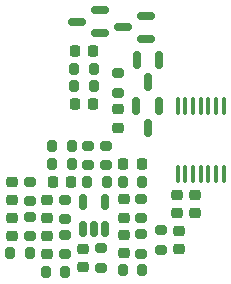
<source format=gbr>
%TF.GenerationSoftware,KiCad,Pcbnew,(6.0.1)*%
%TF.CreationDate,2023-02-09T13:28:00-07:00*%
%TF.ProjectId,NoteDetector,4e6f7465-4465-4746-9563-746f722e6b69,rev?*%
%TF.SameCoordinates,Original*%
%TF.FileFunction,Paste,Top*%
%TF.FilePolarity,Positive*%
%FSLAX46Y46*%
G04 Gerber Fmt 4.6, Leading zero omitted, Abs format (unit mm)*
G04 Created by KiCad (PCBNEW (6.0.1)) date 2023-02-09 13:28:00*
%MOMM*%
%LPD*%
G01*
G04 APERTURE LIST*
G04 Aperture macros list*
%AMRoundRect*
0 Rectangle with rounded corners*
0 $1 Rounding radius*
0 $2 $3 $4 $5 $6 $7 $8 $9 X,Y pos of 4 corners*
0 Add a 4 corners polygon primitive as box body*
4,1,4,$2,$3,$4,$5,$6,$7,$8,$9,$2,$3,0*
0 Add four circle primitives for the rounded corners*
1,1,$1+$1,$2,$3*
1,1,$1+$1,$4,$5*
1,1,$1+$1,$6,$7*
1,1,$1+$1,$8,$9*
0 Add four rect primitives between the rounded corners*
20,1,$1+$1,$2,$3,$4,$5,0*
20,1,$1+$1,$4,$5,$6,$7,0*
20,1,$1+$1,$6,$7,$8,$9,0*
20,1,$1+$1,$8,$9,$2,$3,0*%
G04 Aperture macros list end*
%ADD10RoundRect,0.225000X-0.250000X0.225000X-0.250000X-0.225000X0.250000X-0.225000X0.250000X0.225000X0*%
%ADD11RoundRect,0.225000X0.225000X0.250000X-0.225000X0.250000X-0.225000X-0.250000X0.225000X-0.250000X0*%
%ADD12RoundRect,0.225000X-0.225000X-0.250000X0.225000X-0.250000X0.225000X0.250000X-0.225000X0.250000X0*%
%ADD13RoundRect,0.100000X0.100000X-0.637500X0.100000X0.637500X-0.100000X0.637500X-0.100000X-0.637500X0*%
%ADD14RoundRect,0.150000X0.150000X-0.512500X0.150000X0.512500X-0.150000X0.512500X-0.150000X-0.512500X0*%
%ADD15RoundRect,0.200000X0.275000X-0.200000X0.275000X0.200000X-0.275000X0.200000X-0.275000X-0.200000X0*%
%ADD16RoundRect,0.200000X0.200000X0.275000X-0.200000X0.275000X-0.200000X-0.275000X0.200000X-0.275000X0*%
%ADD17RoundRect,0.200000X-0.200000X-0.275000X0.200000X-0.275000X0.200000X0.275000X-0.200000X0.275000X0*%
%ADD18RoundRect,0.200000X-0.275000X0.200000X-0.275000X-0.200000X0.275000X-0.200000X0.275000X0.200000X0*%
%ADD19RoundRect,0.150000X0.587500X0.150000X-0.587500X0.150000X-0.587500X-0.150000X0.587500X-0.150000X0*%
%ADD20RoundRect,0.150000X-0.150000X0.587500X-0.150000X-0.587500X0.150000X-0.587500X0.150000X0.587500X0*%
%ADD21RoundRect,0.225000X0.250000X-0.225000X0.250000X0.225000X-0.250000X0.225000X-0.250000X-0.225000X0*%
G04 APERTURE END LIST*
D10*
%TO.C,C15*%
X2150000Y2775000D03*
X2150000Y1225000D03*
%TD*%
D11*
%TO.C,C14*%
X25000Y7700000D03*
X-1525000Y7700000D03*
%TD*%
D12*
%TO.C,C13*%
X-1525000Y3200000D03*
X25000Y3200000D03*
%TD*%
D13*
%TO.C,U2*%
X7200000Y-2712500D03*
X7850000Y-2712500D03*
X8500000Y-2712500D03*
X9150000Y-2712500D03*
X9800000Y-2712500D03*
X10450000Y-2712500D03*
X11100000Y-2712500D03*
X11100000Y3012500D03*
X10450000Y3012500D03*
X9800000Y3012500D03*
X9150000Y3012500D03*
X8500000Y3012500D03*
X7850000Y3012500D03*
X7200000Y3012500D03*
%TD*%
D14*
%TO.C,U1*%
X-813616Y-7387500D03*
X136384Y-7387500D03*
X1086384Y-7387500D03*
X1086384Y-5112500D03*
X-813616Y-5112500D03*
%TD*%
D15*
%TO.C,R20*%
X2150000Y4175000D03*
X2150000Y5825000D03*
%TD*%
D16*
%TO.C,R19*%
X-1575000Y6200000D03*
X75000Y6200000D03*
%TD*%
D17*
%TO.C,R18*%
X-1575000Y4700000D03*
X75000Y4700000D03*
%TD*%
D18*
%TO.C,R17*%
X-2363616Y-7875000D03*
X-2363616Y-9525000D03*
%TD*%
%TO.C,R16*%
X-2363616Y-4875000D03*
X-2363616Y-6525000D03*
%TD*%
D16*
%TO.C,R15*%
X-2313616Y-10975000D03*
X-3963616Y-10975000D03*
%TD*%
D15*
%TO.C,R14*%
X686384Y-10650000D03*
X686384Y-9000000D03*
%TD*%
D17*
%TO.C,R13*%
X2561384Y-3375000D03*
X4211384Y-3375000D03*
%TD*%
D18*
%TO.C,R12*%
X5800000Y-7475000D03*
X5800000Y-9125000D03*
%TD*%
D17*
%TO.C,R11*%
X1211384Y-3375000D03*
X-438616Y-3375000D03*
%TD*%
D15*
%TO.C,R10*%
X-363616Y-300000D03*
X-363616Y-1950000D03*
%TD*%
D18*
%TO.C,R9*%
X1136384Y-1950000D03*
X1136384Y-300000D03*
%TD*%
D15*
%TO.C,R8*%
X4136384Y-7800000D03*
X4136384Y-9450000D03*
%TD*%
%TO.C,R7*%
X4136384Y-4800000D03*
X4136384Y-6450000D03*
%TD*%
D16*
%TO.C,R6*%
X2561384Y-10875000D03*
X4211384Y-10875000D03*
%TD*%
D15*
%TO.C,R5*%
X-5338616Y-8000000D03*
X-5338616Y-6350000D03*
%TD*%
%TO.C,R4*%
X-5338616Y-5000000D03*
X-5338616Y-3350000D03*
%TD*%
D17*
%TO.C,R3*%
X-1788616Y-1875000D03*
X-3438616Y-1875000D03*
%TD*%
D16*
%TO.C,R2*%
X-5326116Y-9425000D03*
X-6976116Y-9425000D03*
%TD*%
D17*
%TO.C,R1*%
X-1788616Y-375000D03*
X-3438616Y-375000D03*
%TD*%
D19*
%TO.C,Q4*%
X4487500Y8750000D03*
X4487500Y10650000D03*
X2612500Y9700000D03*
%TD*%
%TO.C,Q3*%
X-1287500Y10200000D03*
X587500Y11150000D03*
X587500Y9250000D03*
%TD*%
D20*
%TO.C,Q2*%
X5650000Y6937500D03*
X3750000Y6937500D03*
X4700000Y5062500D03*
%TD*%
%TO.C,Q1*%
X5600000Y3037500D03*
X3700000Y3037500D03*
X4650000Y1162500D03*
%TD*%
D10*
%TO.C,C12*%
X7150000Y-6025000D03*
X7150000Y-4475000D03*
%TD*%
%TO.C,C11*%
X8650000Y-4475000D03*
X8650000Y-6025000D03*
%TD*%
D21*
%TO.C,C10*%
X-3863616Y-9475000D03*
X-3863616Y-7925000D03*
%TD*%
%TO.C,C9*%
X-3863616Y-4925000D03*
X-3863616Y-6475000D03*
%TD*%
D10*
%TO.C,C8*%
X-813616Y-9050000D03*
X-813616Y-10600000D03*
%TD*%
D11*
%TO.C,C7*%
X4161384Y-1875000D03*
X2611384Y-1875000D03*
%TD*%
D10*
%TO.C,C6*%
X7300000Y-7525000D03*
X7300000Y-9075000D03*
%TD*%
D12*
%TO.C,C5*%
X-1838616Y-3375000D03*
X-3388616Y-3375000D03*
%TD*%
D21*
%TO.C,C4*%
X2636384Y-7850000D03*
X2636384Y-9400000D03*
%TD*%
%TO.C,C3*%
X2636384Y-4850000D03*
X2636384Y-6400000D03*
%TD*%
%TO.C,C2*%
X-6838616Y-7950000D03*
X-6838616Y-6400000D03*
%TD*%
%TO.C,C1*%
X-6838616Y-4950000D03*
X-6838616Y-3400000D03*
%TD*%
M02*

</source>
